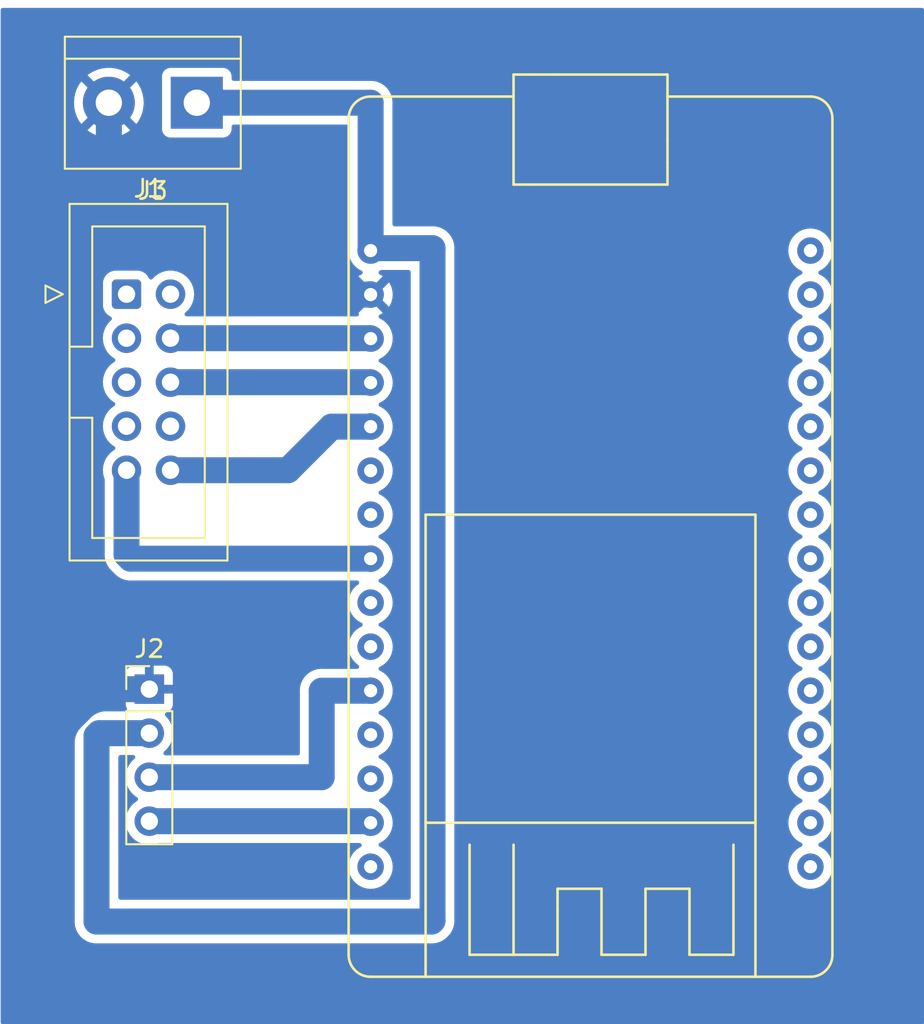
<source format=kicad_pcb>
(kicad_pcb (version 20211014) (generator pcbnew)
  (layers (0 "F.Cu" signal) (31 "B.Cu" signal) (34 "B.Paste" user) (35 "F.Paste" user) (36 "B.SilkS" user "B.Silkscreen") (37 "F.SilkS" user "F.Silkscreen") (38 "B.Mask" user) (39 "F.Mask" user) (44 "Edge.Cuts" user))
  (net 0 "")
  (net 1 "Net-(J1-Pad7)")
  (net 2 "/Vcc")
  (net 3 "Net-(U1-Pad25)")
  (net 4 "Net-(U1-Pad24)")
  (net 5 "Net-(U1-Pad22)")
  (net 6 "Net-(U1-Pad21)")
  (net 7 "/SDA")
  (net 8 "Net-(U1-Pad19)")
  (net 9 "Net-(U1-Pad18)")
  (net 10 "/SCL")
  (net 11 "Net-(U1-Pad16)")
  (net 12 "Net-(U1-Pad15)")
  (net 13 "Net-(U1-Pad14)")
  (net 14 "Net-(U1-Pad13)")
  (net 15 "Net-(U1-Pad12)")
  (net 16 "Net-(U1-Pad11)")
  (net 17 "Net-(U1-Pad10)")
  (net 18 "Net-(U1-Pad9)")
  (net 19 "Net-(U1-Pad8)")
  (net 20 "Net-(U1-Pad7)")
  (net 21 "Net-(U1-Pad6)")
  (net 22 "Net-(U1-Pad5)")
  (net 23 "Net-(U1-Pad4)")
  (net 24 "Net-(U1-Pad3)")
  (net 25 "Net-(U1-Pad2)")
  (net 26 "Net-(U1-Pad1)")
  (net 27 "Net-(J1-Pad5)")
  (net 28 "Net-(J1-Pad3)")
  (net 29 "GND")
  (net 30 "Net-(J1-Pad2)")
  (net 31 "Net-(J1-Pad1)")
  (net 32 "/DP(D2)")
  (net 33 "/CEP(D15)")
  (net 34 "/LP(D4)")
  (net 35 "Net-(J1-Pad8)")
  (net 36 "/CP(D5)")
  (footprint "DOIT_ESP32:DOIT_ESP32_Devkit" (layer "F.Cu") (at 96.297999 70.904)
    (fp_text reference "U1" hide)
    (fp_text value "ESP32-Devkit-V1")
    (fp_line (start 6.985 49.53) (end 9.525 49.53) (layer "F.SilkS") (width 0.15))
    (fp_line (start 14.605 49.53) (end 17.145 49.53) (layer "F.SilkS") (width 0.15))
    (fp_line (start 19.685 49.53) (end 22.225 49.53) (layer "F.SilkS") (width 0.15))
    (fp_line (start 18.415 3.81) (end 18.415 2.54) (layer "F.SilkS") (width 0.15))
    (fp_line (start 17.145 45.72) (end 19.685 45.72) (layer "F.SilkS") (width 0.15))
    (fp_line (start 12.065 49.53) (end 12.065 46.99) (layer "F.SilkS") (width 0.15))
    (fp_line (start 9.525 5.08) (end 10.795 5.08) (layer "F.SilkS") (width 0.15))
    (fp_line (start 12.065 -1.27) (end 18.415 -1.27) (layer "F.SilkS") (width 0.15))
    (fp_line (start 9.525 49.53) (end 12.065 49.53) (layer "F.SilkS") (width 0.15))
    (fp_line (start 23.495 24.13) (end 23.495 50.8) (layer "F.SilkS") (width 0.15))
    (fp_line (start 1.27 50.8) (end 26.67 50.8) (layer "F.SilkS") (width 0.15))
    (fp_line (start 18.415 -1.27) (end 18.415 2.54) (layer "F.SilkS") (width 0.15))
    (fp_line (start 9.525 49.53) (end 9.525 43.18) (layer "F.SilkS") (width 0.15))
    (fp_line (start 10.795 -1.27) (end 9.525 -1.27) (layer "F.SilkS") (width 0.15))
    (fp_line (start 9.525 -1.27) (end 9.525 5.08) (layer "F.SilkS") (width 0.15))
    (fp_line (start 19.685 45.72) (end 19.685 48.26) (layer "F.SilkS") (width 0.15))
    (fp_line (start 14.605 45.72) (end 14.605 49.53) (layer "F.SilkS") (width 0.15))
    (fp_line (start 4.445 50.8) (end 4.445 24.13) (layer "F.SilkS") (width 0.15))
    (fp_line (start 23.495 41.91) (end 4.445 41.91) (layer "F.SilkS") (width 0.15))
    (fp_line (start 4.445 24.13) (end 23.495 24.13) (layer "F.SilkS") (width 0.15))
    (fp_line (start 12.065 -1.27) (end 10.795 -1.27) (layer "F.SilkS") (width 0.15))
    (fp_line (start 18.415 5.08) (end 10.795 5.08) (layer "F.SilkS") (width 0.15))
    (fp_line (start 18.415 3.81) (end 18.415 5.08) (layer "F.SilkS") (width 0.15))
    (fp_line (start 18.415 0) (end 26.67 0) (layer "F.SilkS") (width 0.15))
    (fp_line (start 19.685 48.26) (end 19.685 49.53) (layer "F.SilkS") (width 0.15))
    (fp_line (start 12.065 45.72) (end 14.605 45.72) (layer "F.SilkS") (width 0.15))
    (fp_line (start 27.94 1.27) (end 27.94 49.53) (layer "F.SilkS") (width 0.15))
    (fp_line (start 6.985 43.18) (end 6.985 49.53) (layer "F.SilkS") (width 0.15))
    (fp_line (start 22.225 49.53) (end 22.225 43.18) (layer "F.SilkS") (width 0.15))
    (fp_line (start 9.525 0) (end 1.27 0) (layer "F.SilkS") (width 0.15))
    (fp_line (start 17.145 49.53) (end 17.145 45.72) (layer "F.SilkS") (width 0.15))
    (fp_line (start 0 49.53) (end 0 1.27) (layer "F.SilkS") (width 0.15))
    (fp_line (start 12.065 46.99) (end 12.065 45.72) (layer "F.SilkS") (width 0.15))
    (fp_arc (start 0 1.27) (mid 0.371974 0.371974) (end 1.27 0) (layer "F.SilkS") (width 0.15))
    (fp_arc (start 26.67 0) (mid 27.568026 0.371974) (end 27.94 1.27) (layer "F.SilkS") (width 0.15))
    (fp_arc (start 1.27 50.8) (mid 0.371974 50.428026) (end 0 49.53) (layer "F.SilkS") (width 0.15))
    (fp_arc (start 27.94 49.53) (mid 27.568026 50.428026) (end 26.67 50.8) (layer "F.SilkS") (width 0.15))
    (pad "1" thru_hole circle locked (at 26.67 8.89) (size 1.524 1.524) (drill 0.762) (layers *.Cu *.Mask) (net 26 "Net-(U1-Pad1)"))
    (pad "2" thru_hole circle locked (at 26.67 11.43) (size 1.524 1.524) (drill 0.762) (layers *.Cu *.Mask) (net 25 "Net-(U1-Pad2)"))
    (pad "3" thru_hole circle locked (at 26.67 13.97) (size 1.524 1.524) (drill 0.762) (layers *.Cu *.Mask) (net 24 "Net-(U1-Pad3)"))
    (pad "4" thru_hole circle locked (at 26.67 16.51) (size 1.524 1.524) (drill 0.762) (layers *.Cu *.Mask) (net 23 "Net-(U1-Pad4)"))
    (pad "5" thru_hole circle locked (at 26.67 19.05) (size 1.524 1.524) (drill 0.762) (layers *.Cu *.Mask) (net 22 "Net-(U1-Pad5)"))
    (pad "6" thru_hole circle locked (at 26.67 21.59) (size 1.524 1.524) (drill 0.762) (layers *.Cu *.Mask) (net 21 "Net-(U1-Pad6)"))
    (pad "7" thru_hole circle locked (at 26.67 24.13) (size 1.524 1.524) (drill 0.762) (layers *.Cu *.Mask) (net 20 "Net-(U1-Pad7)"))
    (pad "8" thru_hole circle locked (at 26.67 26.67) (size 1.524 1.524) (drill 0.762) (layers *.Cu *.Mask) (net 19 "Net-(U1-Pad8)"))
    (pad "9" thru_hole circle locked (at 26.67 29.21) (size 1.524 1.524) (drill 0.762) (layers *.Cu *.Mask) (net 18 "Net-(U1-Pad9)"))
    (pad "10" thru_hole circle locked (at 26.67 31.75) (size 1.524 1.524) (drill 0.762) (layers *.Cu *.Mask) (net 17 "Net-(U1-Pad10)"))
    (pad "11" thru_hole circle locked (at 26.67 34.29) (size 1.524 1.524) (drill 0.762) (layers *.Cu *.Mask) (net 16 "Net-(U1-Pad11)"))
    (pad "12" thru_hole circle locked (at 26.67 36.83) (size 1.524 1.524) (drill 0.762) (layers *.Cu *.Mask) (net 15 "Net-(U1-Pad12)"))
    (pad "13" thru_hole circle locked (at 26.67 39.37) (size 1.524 1.524) (drill 0.762) (layers *.Cu *.Mask) (net 14 "Net-(U1-Pad13)"))
    (pad "14" thru_hole circle locked (at 26.67 41.91) (size 1.524 1.524) (drill 0.762) (layers *.Cu *.Mask) (net 13 "Net-(U1-Pad14)"))
    (pad "15" thru_hole circle locked (at 26.67 44.45) (size 1.524 1.524) (drill 0.762) (layers *.Cu *.Mask) (net 12 "Net-(U1-Pad15)"))
    (pad "16" thru_hole circle locked (at 1.27 44.45) (size 1.524 1.524) (drill 0.762) (layers *.Cu *.Mask) (net 11 "Net-(U1-Pad16)"))
    (pad "17" thru_hole circle locked (at 1.27 41.91) (size 1.524 1.524) (drill 0.762) (layers *.Cu *.Mask) (net 10 "/SCL"))
    (pad "18" thru_hole circle locked (at 1.27 39.37) (size 1.524 1.524) (drill 0.762) (layers *.Cu *.Mask) (net 9 "Net-(U1-Pad18)"))
    (pad "19" thru_hole circle locked (at 1.27 36.83) (size 1.524 1.524) (drill 0.762) (layers *.Cu *.Mask) (net 8 "Net-(U1-Pad19)"))
    (pad "20" thru_hole circle locked (at 1.27 34.29) (size 1.524 1.524) (drill 0.762) (layers *.Cu *.Mask) (net 7 "/SDA"))
    (pad "21" thru_hole circle locked (at 1.27 31.75) (size 1.524 1.524) (drill 0.762) (layers *.Cu *.Mask) (net 6 "Net-(U1-Pad21)"))
    (pad "22" thru_hole circle locked (at 1.27 29.21) (size 1.524 1.524) (drill 0.762) (layers *.Cu *.Mask) (net 5 "Net-(U1-Pad22)"))
    (pad "23" thru_hole circle locked (at 1.27 26.67) (size 1.524 1.524) (drill 0.762) (layers *.Cu *.Mask) (net 36 "/CP(D5)"))
    (pad "24" thru_hole circle locked (at 1.27 24.13) (size 1.524 1.524) (drill 0.762) (layers *.Cu *.Mask) (net 4 "Net-(U1-Pad24)"))
    (pad "25" thru_hole circle locked (at 1.27 21.59) (size 1.524 1.524) (drill 0.762) (layers *.Cu *.Mask) (net 3 "Net-(U1-Pad25)"))
    (pad "26" thru_hole circle locked (at 1.27 19.05) (size 1.524 1.524) (drill 0.762) (layers *.Cu *.Mask) (net 34 "/LP(D4)"))
    (pad "27" thru_hole circle locked (at 1.27 16.51) (size 1.524 1.524) (drill 0.762) (layers *.Cu *.Mask) (net 32 "/DP(D2)"))
    (pad "28" thru_hole circle locked (at 1.27 13.97) (size 1.524 1.524) (drill 0.762) (layers *.Cu *.Mask) (net 33 "/CEP(D15)"))
    (pad "29" thru_hole circle locked (at 1.27 11.43) (size 1.524 1.524) (drill 0.762) (layers *.Cu *.Mask) (net 29 "GND"))
    (pad "30" thru_hole circle locked (at 1.27 8.89) (size 1.524 1.524) (drill 0.762) (layers *.Cu *.Mask) (net 2 "/Vcc"))
  )
  (footprint "Connector_PinHeader_2.54mm:PinHeader_1x04_P2.54mm_Vertical" (layer "F.Cu") (at 84.7852 105.1052)
    (fp_text reference "J2" (at 0 -2.33) (layer "F.SilkS"))
    (fp_text value "Conn_01x04_Female")
    (fp_line (start -1.33 1.27) (end 1.33 1.27) (layer "F.SilkS") (width 0.12))
    (fp_line (start -1.33 1.27) (end -1.33 8.95) (layer "F.SilkS") (width 0.12))
    (fp_line (start 1.33 1.27) (end 1.33 8.95) (layer "F.SilkS") (width 0.12))
    (fp_line (start -1.33 0) (end -1.33 -1.33) (layer "F.SilkS") (width 0.12))
    (fp_line (start -1.33 -1.33) (end 0 -1.33) (layer "F.SilkS") (width 0.12))
    (fp_line (start -1.33 8.95) (end 1.33 8.95) (layer "F.SilkS") (width 0.12))
    (pad "1" thru_hole rect locked (at 0 0) (size 1.7 1.7) (drill 1) (layers *.Cu *.Mask) (net 29 "GND"))
    (pad "2" thru_hole oval locked (at 0 2.54) (size 1.7 1.7) (drill 1) (layers *.Cu *.Mask) (net 2 "/Vcc"))
    (pad "3" thru_hole oval locked (at 0 5.08) (size 1.7 1.7) (drill 1) (layers *.Cu *.Mask) (net 7 "/SDA"))
    (pad "4" thru_hole oval locked (at 0 7.62) (size 1.7 1.7) (drill 1) (layers *.Cu *.Mask) (net 10 "/SCL"))
  )
  (footprint "Connector_IDC:IDC-Header_2x05_P2.54mm_Vertical" (layer "F.Cu") (at 83.47 82.31)
    (fp_text reference "J1" (at 1.27 -6.1) (layer "F.SilkS"))
    (fp_text value "Conn_02x05_Odd_Even")
    (fp_line (start -1.98 3.03) (end -1.98 -3.91) (layer "F.SilkS") (width 0.12))
    (fp_line (start -3.29 -5.21) (end 5.83 -5.21) (layer "F.SilkS") (width 0.12))
    (fp_line (start -3.29 15.37) (end -3.29 -5.21) (layer "F.SilkS") (width 0.12))
    (fp_line (start -3.29 3.03) (end -1.98 3.03) (layer "F.SilkS") (width 0.12))
    (fp_line (start 5.83 -5.21) (end 5.83 15.37) (layer "F.SilkS") (width 0.12))
    (fp_line (start -1.98 14.07) (end -1.98 7.13) (layer "F.SilkS") (width 0.12))
    (fp_line (start -3.68 0) (end -4.68 -0.5) (layer "F.SilkS") (width 0.12))
    (fp_line (start 5.83 15.37) (end -3.29 15.37) (layer "F.SilkS") (width 0.12))
    (fp_line (start -4.68 0.5) (end -3.68 0) (layer "F.SilkS") (width 0.12))
    (fp_line (start -1.98 -3.91) (end 4.52 -3.91) (layer "F.SilkS") (width 0.12))
    (fp_line (start 4.52 14.07) (end -1.98 14.07) (layer "F.SilkS") (width 0.12))
    (fp_line (start -4.68 -0.5) (end -4.68 0.5) (layer "F.SilkS") (width 0.12))
    (fp_line (start -1.98 7.13) (end -3.29 7.13) (layer "F.SilkS") (width 0.12))
    (fp_line (start 4.52 -3.91) (end 4.52 14.07) (layer "F.SilkS") (width 0.12))
    (fp_line (start -1.98 7.13) (end -1.98 7.13) (layer "F.SilkS") (width 0.12))
    (pad "1" thru_hole roundrect locked (at 0 0) (size 1.7 1.7) (drill 1) (layers *.Cu *.Mask) (roundrect_rratio 0.147059) (net 31 "Net-(J1-Pad1)"))
    (pad "2" thru_hole circle locked (at 2.54 0) (size 1.7 1.7) (drill 1) (layers *.Cu *.Mask) (net 30 "Net-(J1-Pad2)"))
    (pad "3" thru_hole circle locked (at 0 2.54) (size 1.7 1.7) (drill 1) (layers *.Cu *.Mask) (net 28 "Net-(J1-Pad3)"))
    (pad "4" thru_hole circle locked (at 2.54 2.54) (size 1.7 1.7) (drill 1) (layers *.Cu *.Mask) (net 33 "/CEP(D15)"))
    (pad "5" thru_hole circle locked (at 0 5.08) (size 1.7 1.7) (drill 1) (layers *.Cu *.Mask) (net 27 "Net-(J1-Pad5)"))
    (pad "6" thru_hole circle locked (at 2.54 5.08) (size 1.7 1.7) (drill 1) (layers *.Cu *.Mask) (net 32 "/DP(D2)"))
    (pad "7" thru_hole circle locked (at 0 7.62) (size 1.7 1.7) (drill 1) (layers *.Cu *.Mask) (net 1 "Net-(J1-Pad7)"))
    (pad "8" thru_hole circle locked (at 2.54 7.62) (size 1.7 1.7) (drill 1) (layers *.Cu *.Mask) (net 35 "Net-(J1-Pad8)"))
    (pad "9" thru_hole circle locked (at 0 10.16) (size 1.7 1.7) (drill 1) (layers *.Cu *.Mask) (net 36 "/CP(D5)"))
    (pad "10" thru_hole circle locked (at 2.54 10.16) (size 1.7 1.7) (drill 1) (layers *.Cu *.Mask) (net 34 "/LP(D4)"))
  )
  (footprint "TerminalBlock:TerminalBlock_bornier-2_P5.08mm" (layer "F.Cu") (at 87.5284 71.2597 180)
    (fp_text reference "J3" (at 2.54 -5.08) (layer "F.SilkS"))
    (fp_text value "Screw_Terminal_01x02")
    (fp_line (start 7.62 3.81) (end 7.62 -3.81) (layer "F.SilkS") (width 0.12))
    (fp_line (start -2.54 3.81) (end 7.62 3.81) (layer "F.SilkS") (width 0.12))
    (fp_line (start 7.62 2.54) (end -2.54 2.54) (layer "F.SilkS") (width 0.12))
    (fp_line (start 7.62 -3.81) (end -2.54 -3.81) (layer "F.SilkS") (width 0.12))
    (fp_line (start -2.54 -3.81) (end -2.54 3.81) (layer "F.SilkS") (width 0.12))
    (pad "1" thru_hole rect locked (at 0 0 180) (size 3 3) (drill 1.52) (layers *.Cu *.Mask) (net 2 "/Vcc"))
    (pad "2" thru_hole circle locked (at 5.08 0 180) (size 3 3) (drill 1.52) (layers *.Cu *.Mask) (net 29 "GND"))
  )
  (segment (start 97.567999 79.794) (end 97.567999 71.2597) (width 1.5) (layer "B.Cu") (net 2))
  (segment (start 101.1428 118.4656) (end 101.1428 79.6544) (width 1.5) (layer "B.Cu") (net 2))
  (segment (start 81.7372 107.7976) (end 81.7372 118.5164) (width 1.5) (layer "B.Cu") (net 2))
  (segment (start 101.092 118.5164) (end 101.1428 118.4656) (width 1.5) (layer "B.Cu") (net 2))
  (segment (start 101.1428 79.6544) (end 97.707599 79.6544) (width 1.5) (layer "B.Cu") (net 2))
  (segment (start 81.7372 118.5164) (end 101.092 118.5164) (width 1.5) (layer "B.Cu") (net 2))
  (segment (start 81.8896 107.6452) (end 81.7372 107.7976) (width 1.5) (layer "B.Cu") (net 2))
  (segment (start 84.7852 107.6452) (end 81.8896 107.6452) (width 1.5) (layer "B.Cu") (net 2))
  (segment (start 97.567999 71.2597) (end 87.5284 71.2597) (width 1.5) (layer "B.Cu") (net 2))
  (segment (start 97.707599 79.6544) (end 97.567999 79.794) (width 1.5) (layer "B.Cu") (net 2))
  (segment (start 94.742 110.1852) (end 84.7852 110.1852) (width 1.5) (layer "B.Cu") (net 7))
  (segment (start 97.567999 105.194) (end 94.742 105.194) (width 1.5) (layer "B.Cu") (net 7))
  (segment (start 94.742 105.194) (end 94.742 110.1852) (width 1.5) (layer "B.Cu") (net 7))
  (segment (start 84.7852 112.7252) (end 97.479199 112.7252) (width 1.5) (layer "B.Cu") (net 10))
  (segment (start 97.479199 112.7252) (end 97.567999 112.814) (width 1.5) (layer "B.Cu") (net 10))
  (segment (start 82.4484 78.3336) (end 79.1972 78.3336) (width 1.5) (layer "B.Cu") (net 29))
  (segment (start 79.4512 105.1052) (end 79.1972 104.8512) (width 1.5) (layer "B.Cu") (net 29))
  (segment (start 97.543999 82.31) (end 97.567999 82.334) (width 1.5) (layer "B.Cu") (net 29))
  (segment (start 92.3544 82.2196) (end 92.3544 78.3336) (width 1.5) (layer "B.Cu") (net 29))
  (segment (start 79.1972 78.3336) (end 79.1972 104.8512) (width 1.5) (layer "B.Cu") (net 29))
  (segment (start 84.7852 105.1052) (end 79.4512 105.1052) (width 1.5) (layer "B.Cu") (net 29))
  (segment (start 92.4688 82.334) (end 92.3544 82.2196) (width 1.5) (layer "B.Cu") (net 29))
  (segment (start 92.3544 78.3336) (end 82.4484 78.3336) (width 1.5) (layer "B.Cu") (net 29))
  (segment (start 82.4484 78.3336) (end 82.4484 71.2597) (width 1.5) (layer "B.Cu") (net 29))
  (segment (start 97.567999 82.334) (end 92.4688 82.334) (width 1.5) (layer "B.Cu") (net 29))
  (segment (start 86.01 87.39) (end 97.543999 87.39) (width 1.5) (layer "B.Cu") (net 32))
  (segment (start 97.543999 87.39) (end 97.567999 87.414) (width 1.5) (layer "B.Cu") (net 32))
  (segment (start 97.543999 84.85) (end 97.567999 84.874) (width 1.5) (layer "B.Cu") (net 33))
  (segment (start 86.01 84.85) (end 97.543999 84.85) (width 1.5) (layer "B.Cu") (net 33))
  (segment (start 97.543999 89.93) (end 97.567999 89.954) (width 1.5) (layer "B.Cu") (net 34))
  (segment (start 97.567999 89.954) (end 95.3136 89.954) (width 1.5) (layer "B.Cu") (net 34))
  (segment (start 95.3136 89.954) (end 92.7976 92.47) (width 1.5) (layer "B.Cu") (net 34))
  (segment (start 92.7976 92.47) (end 86.01 92.47) (width 1.5) (layer "B.Cu") (net 34))
  (segment (start 83.47 97.3384) (end 83.7056 97.574) (width 1.5) (layer "B.Cu") (net 36))
  (segment (start 83.7056 97.574) (end 97.567999 97.574) (width 1.5) (layer "B.Cu") (net 36))
  (segment (start 83.47 92.47) (end 83.47 97.3384) (width 1.5) (layer "B.Cu") (net 36))
  (zone (net 29) (net_name "GND") (layer "B.Cu") (connect_pads (clearance 0.508)) (min_thickness 0.254) (fill yes (thermal_gap 0.508) (thermal_bridge_width 0.508))
    (polygon (pts (xy 129.54 124.46) (xy 76.2 124.46) (xy 76.2 65.786) (xy 129.54 65.786)))
  )
)
</source>
